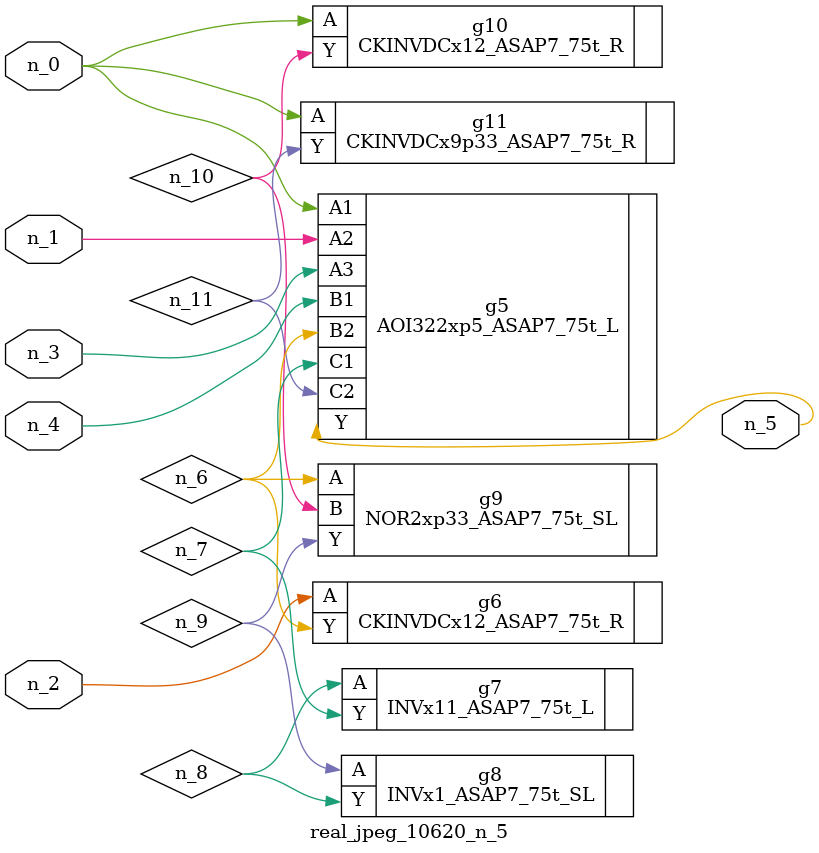
<source format=v>
module real_jpeg_10620_n_5 (n_4, n_0, n_1, n_2, n_3, n_5);

input n_4;
input n_0;
input n_1;
input n_2;
input n_3;

output n_5;

wire n_8;
wire n_11;
wire n_6;
wire n_7;
wire n_10;
wire n_9;

AOI322xp5_ASAP7_75t_L g5 ( 
.A1(n_0),
.A2(n_1),
.A3(n_3),
.B1(n_4),
.B2(n_6),
.C1(n_7),
.C2(n_11),
.Y(n_5)
);

CKINVDCx12_ASAP7_75t_R g10 ( 
.A(n_0),
.Y(n_10)
);

CKINVDCx9p33_ASAP7_75t_R g11 ( 
.A(n_0),
.Y(n_11)
);

CKINVDCx12_ASAP7_75t_R g6 ( 
.A(n_2),
.Y(n_6)
);

NOR2xp33_ASAP7_75t_SL g9 ( 
.A(n_6),
.B(n_10),
.Y(n_9)
);

INVx11_ASAP7_75t_L g7 ( 
.A(n_8),
.Y(n_7)
);

INVx1_ASAP7_75t_SL g8 ( 
.A(n_9),
.Y(n_8)
);


endmodule
</source>
